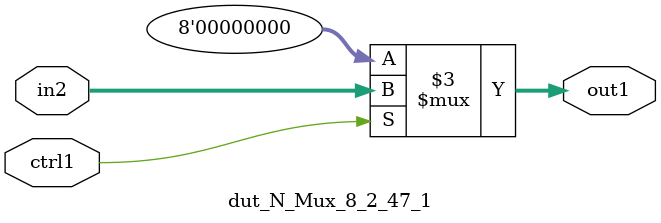
<source format=v>

`timescale 1ps / 1ps


module dut_N_Mux_8_2_47_1( in2, ctrl1, out1 );

    input [7:0] in2;
    input ctrl1;
    output [7:0] out1;
    reg [7:0] out1;

    
    // rtl_process:dut_N_Mux_8_2_47_1/dut_N_Mux_8_2_47_1_thread_1
    always @*
      begin : dut_N_Mux_8_2_47_1_thread_1
        case (ctrl1) 
          1'b1: 
            begin
              out1 = in2;
            end
          default: 
            begin
              out1 = 8'd000;
            end
        endcase
      end

endmodule



</source>
